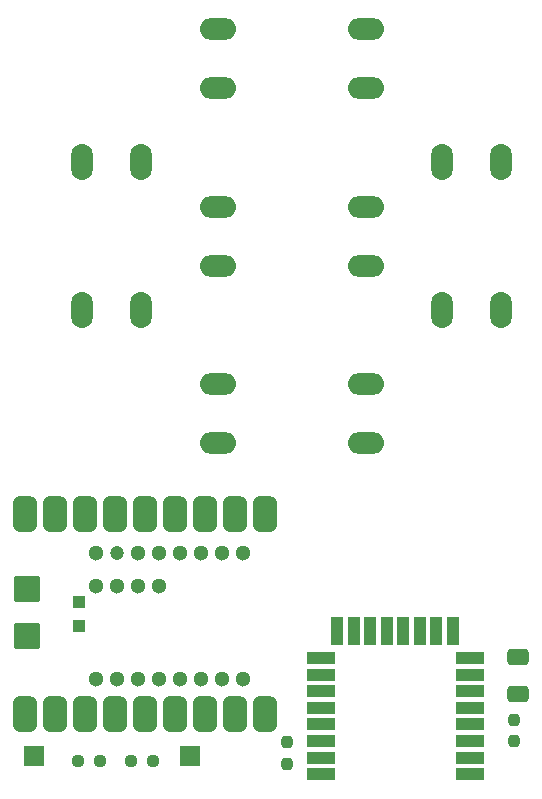
<source format=gts>
G04 #@! TF.GenerationSoftware,KiCad,Pcbnew,7.0.10*
G04 #@! TF.CreationDate,2024-05-11T00:59:34-04:00*
G04 #@! TF.ProjectId,Remote PCB V2,52656d6f-7465-4205-9043-422056322e6b,rev?*
G04 #@! TF.SameCoordinates,Original*
G04 #@! TF.FileFunction,Soldermask,Top*
G04 #@! TF.FilePolarity,Negative*
%FSLAX46Y46*%
G04 Gerber Fmt 4.6, Leading zero omitted, Abs format (unit mm)*
G04 Created by KiCad (PCBNEW 7.0.10) date 2024-05-11 00:59:34*
%MOMM*%
%LPD*%
G01*
G04 APERTURE LIST*
G04 Aperture macros list*
%AMRoundRect*
0 Rectangle with rounded corners*
0 $1 Rounding radius*
0 $2 $3 $4 $5 $6 $7 $8 $9 X,Y pos of 4 corners*
0 Add a 4 corners polygon primitive as box body*
4,1,4,$2,$3,$4,$5,$6,$7,$8,$9,$2,$3,0*
0 Add four circle primitives for the rounded corners*
1,1,$1+$1,$2,$3*
1,1,$1+$1,$4,$5*
1,1,$1+$1,$6,$7*
1,1,$1+$1,$8,$9*
0 Add four rect primitives between the rounded corners*
20,1,$1+$1,$2,$3,$4,$5,0*
20,1,$1+$1,$4,$5,$6,$7,0*
20,1,$1+$1,$6,$7,$8,$9,0*
20,1,$1+$1,$8,$9,$2,$3,0*%
G04 Aperture macros list end*
%ADD10RoundRect,0.250000X-0.650000X0.412500X-0.650000X-0.412500X0.650000X-0.412500X0.650000X0.412500X0*%
%ADD11R,1.700000X1.700000*%
%ADD12O,3.048000X1.850000*%
%ADD13RoundRect,0.237500X0.237500X-0.250000X0.237500X0.250000X-0.237500X0.250000X-0.237500X-0.250000X0*%
%ADD14RoundRect,0.237500X-0.237500X0.250000X-0.237500X-0.250000X0.237500X-0.250000X0.237500X0.250000X0*%
%ADD15O,1.850000X3.048000*%
%ADD16RoundRect,0.237500X0.250000X0.237500X-0.250000X0.237500X-0.250000X-0.237500X0.250000X-0.237500X0*%
%ADD17RoundRect,0.500000X0.500000X-1.000000X0.500000X1.000000X-0.500000X1.000000X-0.500000X-1.000000X0*%
%ADD18RoundRect,0.220000X0.880000X-0.880000X0.880000X0.880000X-0.880000X0.880000X-0.880000X-0.880000X0*%
%ADD19R,1.000000X1.000000*%
%ADD20C,1.300000*%
%ADD21C,1.200000*%
%ADD22R,2.450000X1.000000*%
%ADD23R,1.000000X2.450000*%
G04 APERTURE END LIST*
D10*
X105664000Y-56896000D03*
X105664000Y-60021000D03*
D11*
X77851000Y-65278000D03*
D12*
X80230000Y-3754000D03*
X92730000Y-3754000D03*
X80230000Y-8754000D03*
X92730000Y-8754000D03*
D13*
X105283000Y-64031500D03*
X105283000Y-62206500D03*
D14*
X86106000Y-64111500D03*
X86106000Y-65936500D03*
D12*
X80230000Y-33754000D03*
X92730000Y-33754000D03*
X80230000Y-38754000D03*
X92730000Y-38754000D03*
D11*
X64643000Y-65278000D03*
D15*
X68730000Y-27504000D03*
X68730000Y-15004000D03*
X73730000Y-27504000D03*
X73730000Y-15004000D03*
X99230000Y-27504000D03*
X99230000Y-15004000D03*
X104230000Y-27504000D03*
X104230000Y-15004000D03*
D16*
X74699500Y-65659000D03*
X72874500Y-65659000D03*
D17*
X63870000Y-61754000D03*
X66410000Y-61754000D03*
X68950000Y-61754000D03*
X71490000Y-61754000D03*
X74030000Y-61754000D03*
X76570000Y-61754000D03*
X79110000Y-61754000D03*
X81650000Y-61754000D03*
X84190000Y-61754000D03*
X84190000Y-44754000D03*
X81650000Y-44754000D03*
X79110000Y-44754000D03*
X76570000Y-44754000D03*
X74030000Y-44754000D03*
X71490000Y-44754000D03*
X68950000Y-44754000D03*
X66410000Y-44754000D03*
X63870000Y-44754000D03*
D18*
X64030000Y-55154000D03*
X64030000Y-51154000D03*
D19*
X68430000Y-54254000D03*
X68430000Y-52254000D03*
D20*
X69930000Y-58754000D03*
X71700000Y-58754000D03*
X73470000Y-58754000D03*
X75240000Y-58754000D03*
X77010000Y-58754000D03*
X78780000Y-58754000D03*
X80550000Y-58754000D03*
X82320000Y-58754000D03*
X82320000Y-48054000D03*
X80550000Y-48054000D03*
X78780000Y-48054000D03*
X77010000Y-48054000D03*
X75240000Y-48054000D03*
X73470000Y-48054000D03*
D21*
X71700000Y-48054000D03*
D20*
X69930000Y-48054000D03*
X69930000Y-50854000D03*
X71700000Y-50854000D03*
X73470000Y-50854000D03*
X75240000Y-50854000D03*
D22*
X101530000Y-66802800D03*
X101530000Y-65402800D03*
X101530000Y-64002800D03*
X101530000Y-62602800D03*
X101530000Y-61202800D03*
X101530000Y-59802800D03*
X101530000Y-58402800D03*
X101530000Y-57002800D03*
D23*
X100130000Y-54707800D03*
X98730000Y-54707800D03*
X97330000Y-54707800D03*
X95930000Y-54707800D03*
X94530000Y-54707800D03*
X93130000Y-54707800D03*
X91730000Y-54707800D03*
X90330000Y-54707800D03*
D22*
X88930000Y-57004000D03*
X88930000Y-58404000D03*
X88930000Y-59802800D03*
X88930000Y-61202800D03*
X88930000Y-62602800D03*
X88930000Y-64002800D03*
X88930000Y-65402800D03*
X88930000Y-66802800D03*
D12*
X80230000Y-18754000D03*
X92730000Y-18754000D03*
X80230000Y-23754000D03*
X92730000Y-23754000D03*
D16*
X70231000Y-65659000D03*
X68406000Y-65659000D03*
M02*

</source>
